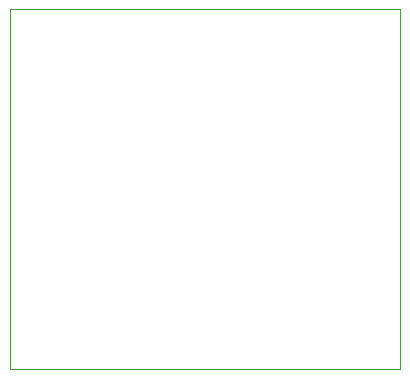
<source format=gbr>
%TF.GenerationSoftware,KiCad,Pcbnew,(5.1.9)-1*%
%TF.CreationDate,2021-08-12T01:32:41-07:00*%
%TF.ProjectId,Apple2to1,4170706c-6532-4746-9f31-2e6b69636164,rev?*%
%TF.SameCoordinates,Original*%
%TF.FileFunction,Profile,NP*%
%FSLAX46Y46*%
G04 Gerber Fmt 4.6, Leading zero omitted, Abs format (unit mm)*
G04 Created by KiCad (PCBNEW (5.1.9)-1) date 2021-08-12 01:32:41*
%MOMM*%
%LPD*%
G01*
G04 APERTURE LIST*
%TA.AperFunction,Profile*%
%ADD10C,0.050000*%
%TD*%
G04 APERTURE END LIST*
D10*
X106680000Y-118110000D02*
X106680000Y-87630000D01*
X139700000Y-118110000D02*
X106680000Y-118110000D01*
X139700000Y-87630000D02*
X139700000Y-118110000D01*
X106680000Y-87630000D02*
X139700000Y-87630000D01*
M02*

</source>
